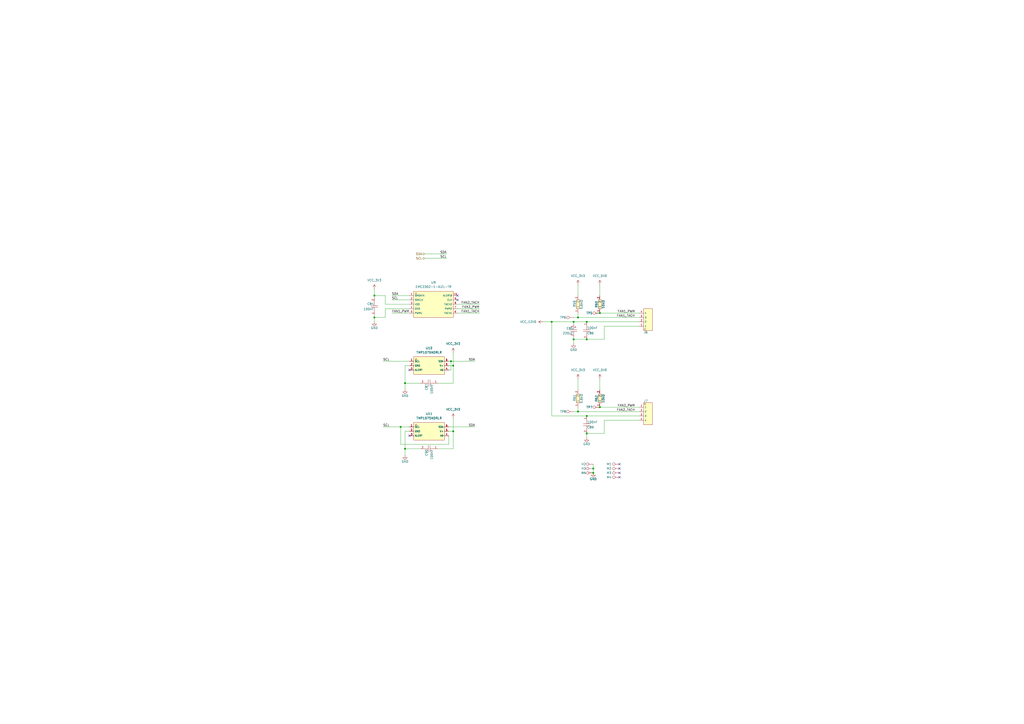
<source format=kicad_sch>
(kicad_sch (version 20250114) (generator "eeschema") (generator_version "9.0")
  (paper "A2")
  (lib_symbols
    (symbol "Connector:TestPoint" (pin_numbers (hide yes)) (pin_names (offset 0.762) (hide yes))
      (property "Reference" "TP" (at 0 6.858 0))
      (property "Value" "TestPoint" (at 0 5.08 0))
      (symbol "TestPoint_0_1"
        (circle (center 0 3.302) (radius 0.762))
      )
      (symbol "TestPoint_1_1"
        (pin passive line (at 0 0 90) (length 2.54) (name "1") (number "1"))
      )
    )
    (symbol "JLCPCB_lib:0402WGF1002TCE"
      (property "Reference" "R" (at 0 1.27 0))
      (property "Value" "0402WGF1002TCE" (at 0 -2.54 0))
      (symbol "0402WGF1002TCE_0_1"
        (rectangle (start -2.54 1.016) (end 2.54 -1.016) (fill (type background)))
        (pin input line (at -5.08 0 0) (length 2.54) (name "1") (number "1"))
        (pin input line (at 5.08 0 180) (length 2.54) (name "2") (number "2"))
      )
    )
    (symbol "JLCPCB_lib:0402WGF5601TCE"
      (property "Reference" "R" (at 0 1.27 0))
      (property "Value" "0402WGF5601TCE" (at 0 -2.54 0))
      (symbol "0402WGF5601TCE_0_1"
        (rectangle (start -2.54 1.016) (end 2.54 -1.016) (fill (type background)))
        (pin input line (at -5.08 0 0) (length 2.54) (name "1") (number "1"))
        (pin input line (at 5.08 0 180) (length 2.54) (name "2") (number "2"))
      )
    )
    (symbol "JLCPCB_lib:22-11-2042"
      (property "Reference" "CN" (at 0 1.27 0))
      (property "Value" "22-11-2042" (at 0 -2.54 0))
      (symbol "22-11-2042_0_1"
        (rectangle (start 0 7.62) (end 5.08 -5.08) (fill (type background)))
        (circle (center 0.762 6.858) (radius 0.381) (fill (type background)))
        (pin unspecified line (at -2.54 5.08 0) (length 2.54) (name "1") (number "1"))
        (pin unspecified line (at -2.54 2.54 0) (length 2.54) (name "2") (number "2"))
        (pin unspecified line (at -2.54 0 0) (length 2.54) (name "3") (number "3"))
        (pin unspecified line (at -2.54 -2.54 0) (length 2.54) (name "4") (number "4"))
      )
    )
    (symbol "JLCPCB_lib:CL05B104KB54PNC" (pin_names (hide yes))
      (property "Reference" "C" (at 0 1.27 0))
      (property "Value" "CL05B104KB54PNC" (at 0 -2.54 0))
      (symbol "CL05B104KB54PNC_0_1"
        (polyline (pts (xy -0.508 2.032) (xy -0.508 -2.032)))
        (polyline (pts (xy -0.508 0) (xy -2.54 0)))
        (polyline (pts (xy 0.508 -2.032) (xy 0.508 2.032)))
        (polyline (pts (xy 2.54 0) (xy 0.508 0)))
        (pin unspecified line (at -5.08 0 0) (length 2.54) (name "1") (number "1"))
        (pin unspecified line (at 5.08 0 180) (length 2.54) (name "2") (number "2"))
      )
    )
    (symbol "JLCPCB_lib:EMC2302-1-AIZL-TR"
      (property "Reference" "U" (at 0 1.27 0))
      (property "Value" "EMC2302-1-AIZL-TR" (at 0 -2.54 0))
      (symbol "EMC2302-1-AIZL-TR_0_1"
        (rectangle (start -11.43 7.62) (end 11.43 -7.62) (fill (type background)))
        (circle (center -10.16 6.35) (radius 0.381) (fill (type background)))
        (pin unspecified line (at -13.97 5.08 0) (length 2.54) (name "SMDATA") (number "1"))
        (pin unspecified line (at -13.97 2.54 0) (length 2.54) (name "SMCLK") (number "2"))
        (pin unspecified line (at -13.97 0 0) (length 2.54) (name "VDD") (number "3"))
        (pin unspecified line (at -13.97 -2.54 0) (length 2.54) (name "GND") (number "4"))
        (pin unspecified line (at -13.97 -5.08 0) (length 2.54) (name "PWM1") (number "5"))
        (pin unspecified line (at 13.97 5.08 180) (length 2.54) (name "ALERT#") (number "10"))
        (pin unspecified line (at 13.97 2.54 180) (length 2.54) (name "CLK") (number "9"))
        (pin unspecified line (at 13.97 0 180) (length 2.54) (name "TACH2") (number "8"))
        (pin unspecified line (at 13.97 -2.54 180) (length 2.54) (name "PWM2") (number "7"))
        (pin unspecified line (at 13.97 -5.08 180) (length 2.54) (name "TACH1") (number "6"))
      )
    )
    (symbol "JLCPCB_lib:TLJB227M006R0500" (pin_names (hide yes))
      (property "Reference" "C" (at 0 1.27 0))
      (property "Value" "TLJB227M006R0500" (at 0 -2.54 0))
      (symbol "TLJB227M006R0500_0_1"
        (polyline (pts (xy -0.508 0) (xy -1.27 0)))
        (polyline (pts (xy -0.508 -2.032) (xy -0.508 2.032)))
        (polyline (pts (xy 0.508 -2.032) (xy 0.508 2.032)))
        (polyline (pts (xy 1.27 0) (xy 0.508 0)))
        (polyline (pts (xy 2.032 -1.524) (xy 2.032 -0.508)))
        (polyline (pts (xy 2.54 -1.016) (xy 1.524 -1.016)))
        (pin input line (at -3.81 0 0) (length 2.54) (name "2") (number "2"))
        (pin input line (at 3.81 0 180) (length 2.54) (name "1") (number "1"))
      )
    )
    (symbol "JLCPCB_lib:TMP1075NDRLR"
      (property "Reference" "U" (at 0 1.27 0))
      (property "Value" "TMP1075NDRLR" (at 0 -2.54 0))
      (symbol "TMP1075NDRLR_0_1"
        (rectangle (start -8.89 5.08) (end 8.89 -5.08) (fill (type background)))
        (circle (center -7.62 3.81) (radius 0.381) (fill (type background)))
        (pin unspecified line (at -11.43 2.54 0) (length 2.54) (name "SCL") (number "1"))
        (pin unspecified line (at -11.43 0 0) (length 2.54) (name "GND") (number "2"))
        (pin unspecified line (at -11.43 -2.54 0) (length 2.54) (name "ALERT") (number "3"))
        (pin unspecified line (at 11.43 2.54 180) (length 2.54) (name "SDA") (number "6"))
        (pin unspecified line (at 11.43 0 180) (length 2.54) (name "V+") (number "5"))
        (pin unspecified line (at 11.43 -2.54 180) (length 2.54) (name "A0") (number "4"))
      )
    )
    (symbol "power:GND" (power) (pin_numbers (hide yes)) (pin_names (offset 0) (hide yes))
      (property "Value" "GND" (at 0 -3.81 0))
      (symbol "GND_0_1"
        (polyline (pts (xy 0 0) (xy 0 -1.27) (xy 1.27 -1.27) (xy 0 -2.54) (xy -1.27 -1.27) (xy 0 -1.27)))
      )
      (symbol "GND_1_1"
        (pin power_in line (at 0 0 270) (length 0) (name "~") (number "1"))
      )
    )
    (symbol "power:VCC" (power) (pin_numbers (hide yes)) (pin_names (offset 0) (hide yes))
      (property "Value" "VCC" (at 0 3.556 0))
      (symbol "VCC_0_1"
        (polyline (pts (xy -0.762 1.27) (xy 0 2.54)))
        (polyline (pts (xy 0 2.54) (xy 0.762 1.27)))
        (polyline (pts (xy 0 0) (xy 0 2.54)))
      )
      (symbol "VCC_1_1"
        (pin power_in line (at 0 0 90) (length 0) (name "~") (number "1"))
      )
    )
  )
  (junction (at 344.17 274.32))
  (junction (at 262.89 212.09))
  (junction (at 262.89 250.19))
  (junction (at 261.62 209.55))
  (junction (at 347.98 236.22))
  (junction (at 320.04 186.69))
  (junction (at 340.36 241.3))
  (junction (at 234.95 222.25))
  (junction (at 234.95 260.35))
  (junction (at 340.36 196.85))
  (junction (at 340.36 251.46))
  (junction (at 335.28 238.76))
  (junction (at 217.17 184.15))
  (junction (at 340.36 186.69))
  (junction (at 232.41 247.65))
  (junction (at 332.74 196.85))
  (junction (at 344.17 271.78))
  (junction (at 347.98 181.61))
  (junction (at 335.28 184.15))
  (junction (at 332.74 186.69))
  (junction (at 217.17 171.45))
  (no_connect (at 359.41 269.24))
  (no_connect (at 265.43 171.45))
  (no_connect (at 359.41 271.78))
  (no_connect (at 359.41 276.86))
  (no_connect (at 237.49 252.73))
  (no_connect (at 265.43 173.99))
  (no_connect (at 237.49 214.63))
  (no_connect (at 359.41 274.32))
  (wire (pts (xy 254 222.25) (xy 262.89 222.25)))
  (wire (pts (xy 234.95 264.16) (xy 234.95 260.35)))
  (wire (pts (xy 261.62 209.55) (xy 260.35 209.55)))
  (wire (pts (xy 260.35 214.63) (xy 261.62 214.63)))
  (wire (pts (xy 350.52 196.85) (xy 340.36 196.85)))
  (wire (pts (xy 217.17 184.15) (xy 217.17 182.88)))
  (wire (pts (xy 262.89 212.09) (xy 260.35 212.09)))
  (wire (pts (xy 222.25 247.65) (xy 232.41 247.65)))
  (wire (pts (xy 370.84 189.23) (xy 350.52 189.23)))
  (wire (pts (xy 332.74 184.15) (xy 335.28 184.15)))
  (wire (pts (xy 340.36 241.3) (xy 370.84 241.3)))
  (wire (pts (xy 332.74 195.58) (xy 332.74 196.85)))
  (wire (pts (xy 262.89 250.19) (xy 260.35 250.19)))
  (wire (pts (xy 223.52 171.45) (xy 217.17 171.45)))
  (wire (pts (xy 243.84 222.25) (xy 234.95 222.25)))
  (wire (pts (xy 344.17 269.24) (xy 344.17 271.78)))
  (wire (pts (xy 260.35 257.81) (xy 232.41 257.81)))
  (wire (pts (xy 232.41 257.81) (xy 232.41 247.65)))
  (wire (pts (xy 223.52 179.07) (xy 223.52 184.15)))
  (wire (pts (xy 262.89 260.35) (xy 262.89 250.19)))
  (wire (pts (xy 320.04 241.3) (xy 340.36 241.3)))
  (wire (pts (xy 275.59 209.55) (xy 261.62 209.55)))
  (wire (pts (xy 347.98 236.22) (xy 370.84 236.22)))
  (wire (pts (xy 350.52 189.23) (xy 350.52 196.85)))
  (wire (pts (xy 262.89 212.09) (xy 262.89 204.47)))
  (wire (pts (xy 320.04 186.69) (xy 332.74 186.69)))
  (wire (pts (xy 335.28 236.22) (xy 335.28 238.76)))
  (wire (pts (xy 217.17 171.45) (xy 217.17 172.72)))
  (wire (pts (xy 227.33 173.99) (xy 237.49 173.99)))
  (wire (pts (xy 347.98 219.71) (xy 347.98 226.06)))
  (wire (pts (xy 227.33 181.61) (xy 237.49 181.61)))
  (wire (pts (xy 350.52 243.84) (xy 350.52 251.46)))
  (wire (pts (xy 222.25 209.55) (xy 237.49 209.55)))
  (wire (pts (xy 223.52 184.15) (xy 217.17 184.15)))
  (wire (pts (xy 217.17 167.64) (xy 217.17 171.45)))
  (wire (pts (xy 350.52 251.46) (xy 340.36 251.46)))
  (wire (pts (xy 237.49 176.53) (xy 223.52 176.53)))
  (wire (pts (xy 275.59 247.65) (xy 260.35 247.65)))
  (wire (pts (xy 246.38 147.32) (xy 259.08 147.32)))
  (wire (pts (xy 234.95 226.06) (xy 234.95 222.25)))
  (wire (pts (xy 340.36 186.69) (xy 370.84 186.69)))
  (wire (pts (xy 227.33 171.45) (xy 237.49 171.45)))
  (wire (pts (xy 278.13 179.07) (xy 265.43 179.07)))
  (wire (pts (xy 340.36 251.46) (xy 340.36 254)))
  (wire (pts (xy 335.28 238.76) (xy 370.84 238.76)))
  (wire (pts (xy 278.13 176.53) (xy 265.43 176.53)))
  (wire (pts (xy 314.96 186.69) (xy 320.04 186.69)))
  (wire (pts (xy 234.95 212.09) (xy 237.49 212.09)))
  (wire (pts (xy 335.28 219.71) (xy 335.28 226.06)))
  (wire (pts (xy 237.49 179.07) (xy 223.52 179.07)))
  (wire (pts (xy 347.98 181.61) (xy 370.84 181.61)))
  (wire (pts (xy 335.28 165.1) (xy 335.28 171.45)))
  (wire (pts (xy 243.84 260.35) (xy 234.95 260.35)))
  (wire (pts (xy 332.74 199.39) (xy 332.74 196.85)))
  (wire (pts (xy 234.95 260.35) (xy 234.95 250.19)))
  (wire (pts (xy 261.62 209.55) (xy 261.62 214.63)))
  (wire (pts (xy 262.89 250.19) (xy 262.89 242.57)))
  (wire (pts (xy 347.98 165.1) (xy 347.98 171.45)))
  (wire (pts (xy 278.13 181.61) (xy 265.43 181.61)))
  (wire (pts (xy 246.38 149.86) (xy 259.08 149.86)))
  (wire (pts (xy 335.28 181.61) (xy 335.28 184.15)))
  (wire (pts (xy 335.28 184.15) (xy 370.84 184.15)))
  (wire (pts (xy 234.95 250.19) (xy 237.49 250.19)))
  (wire (pts (xy 320.04 186.69) (xy 320.04 241.3)))
  (wire (pts (xy 332.74 196.85) (xy 340.36 196.85)))
  (wire (pts (xy 332.74 187.96) (xy 332.74 186.69)))
  (wire (pts (xy 332.74 238.76) (xy 335.28 238.76)))
  (wire (pts (xy 332.74 186.69) (xy 340.36 186.69)))
  (wire (pts (xy 262.89 222.25) (xy 262.89 212.09)))
  (wire (pts (xy 260.35 252.73) (xy 260.35 257.81)))
  (wire (pts (xy 234.95 222.25) (xy 234.95 212.09)))
  (wire (pts (xy 344.17 271.78) (xy 344.17 274.32)))
  (wire (pts (xy 223.52 176.53) (xy 223.52 171.45)))
  (wire (pts (xy 232.41 247.65) (xy 237.49 247.65)))
  (wire (pts (xy 254 260.35) (xy 262.89 260.35)))
  (wire (pts (xy 370.84 243.84) (xy 350.52 243.84)))
  (wire (pts (xy 217.17 184.15) (xy 217.17 186.69)))
  (label "SDA" (at 259.08 147.32 180))
  (label "SCL" (at 227.33 173.99 0))
  (label "SCL" (at 222.25 247.65 0))
  (label "FAN2_TACH" (at 278.13 176.53 180))
  (label "SCL" (at 222.25 209.55 0))
  (label "FAN1_TACH" (at 278.13 181.61 180))
  (label "FAN1_PWM" (at 368.3 181.61 180))
  (label "SDA" (at 275.59 247.65 180))
  (label "SDA" (at 275.59 209.55 180))
  (label "FAN2_PWM" (at 278.13 179.07 180))
  (label "FAN1_TACH" (at 368.3 184.15 180))
  (label "FAN2_TACH" (at 368.3 238.76 180))
  (label "FAN2_PWM" (at 368.3 236.22 180))
  (label "FAN1_PWM" (at 227.33 181.61 0))
  (label "SCL" (at 259.08 149.86 180))
  (label "SDA" (at 227.33 171.45 0))
  (hierarchical_label "SDA" (shape bidirectional) (at 246.38 147.32 180))
  (hierarchical_label "SCL" (shape bidirectional) (at 246.38 149.86 180))
  (symbol (lib_id "JLCPCB_lib:0402WGF1002TCE") (at 347.98 176.53 90) (unit 1)
    (property "Reference" "R60" (at 345.948 176.53 0))
    (property "Value" "10kΩ" (at 350.012 176.53 0))
    (property "Footprint" "JLCPCB_lib:R0402" (effects (hide yes)))
    (property "Datasheet" "https://item.szlcsc.com/323315.html" (effects (hide yes)))
    (property "LCSC" "C25744" (effects (hide yes)))
  )
  (symbol (lib_id "power:VCC") (at 347.98 165.1 0) (unit 1)
    (property "Reference" "#PWR023" (effects (hide yes)))
    (property "Value" "VCC_5V0" (at 347.98 160.02 0))
    (property "Description" "Power symbol creates a global label with name \"VCC\"" (effects (hide yes)))
  )
  (symbol (lib_id "power:VCC") (at 347.98 219.71 0) (unit 1)
    (property "Reference" "#PWR024" (effects (hide yes)))
    (property "Value" "VCC_5V0" (at 347.98 214.63 0))
    (property "Description" "Power symbol creates a global label with name \"VCC\"" (effects (hide yes)))
  )
  (symbol (lib_id "JLCPCB_lib:22-11-2042") (at 373.38 241.3 0) (unit 1)
    (property "Reference" "J7" (at 373.38 232.664 0) (effects (justify left)))
    (property "Value" "22-11-2042" (effects (hide yes)))
    (property "Footprint" "JLCPCB_lib:CONN-TH_22112042" (effects (hide yes)))
    (property "Datasheet" "https://item.szlcsc.com/115362.html" (effects (hide yes)))
    (property "LCSC" "C114123" (effects (hide yes)))
  )
  (symbol (lib_id "Connector:TestPoint") (at 344.17 269.24 90) (unit 1)
    (property "Reference" "H2" (at 338.582 269.24 90))
    (property "Value" "TestPoint" (effects (hide yes)))
    (property "Footprint" "MountingHole:MountingHole_2.2mm_M2_DIN965_Pad" (effects (hide yes)))
    (property "Description" "test point" (effects (hide yes)))
  )
  (symbol (lib_id "JLCPCB_lib:0402WGF5601TCE") (at 335.28 176.53 90) (unit 1)
    (property "Reference" "R59" (at 333.248 174.244 0) (effects (justify right)))
    (property "Value" "5.6kΩ" (at 337.312 173.736 0) (effects (justify right)))
    (property "Footprint" "JLCPCB_lib:R0402" (effects (hide yes)))
    (property "Datasheet" "https://item.szlcsc.com/323315.html" (effects (hide yes)))
    (property "LCSC" "C25908" (effects (hide yes)))
  )
  (symbol (lib_id "power:GND") (at 332.74 199.39 0) (unit 1)
    (property "Reference" "#PWR046" (effects (hide yes)))
    (property "Value" "GND" (at 332.74 202.946 0))
    (property "Description" "Power symbol creates a global label with name \"GND\" , ground" (effects (hide yes)))
  )
  (symbol (lib_id "JLCPCB_lib:CL05B104KB54PNC") (at 248.92 222.25 0) (mirror y) (unit 1)
    (property "Reference" "C87" (at 247.396 222.504 90) (effects (justify right)))
    (property "Value" "100nF" (at 250.444 222.504 90) (effects (justify right)))
    (property "Footprint" "JLCPCB_lib:C0402" (effects (hide yes)))
    (property "Datasheet" "https://item.szlcsc.com/15869.html" (effects (hide yes)))
    (property "LCSC" "C307331" (effects (hide yes)))
  )
  (symbol (lib_id "power:GND") (at 340.36 254 0) (unit 1)
    (property "Reference" "#PWR048" (effects (hide yes)))
    (property "Value" "GND" (at 340.36 257.556 0))
    (property "Description" "Power symbol creates a global label with name \"GND\" , ground" (effects (hide yes)))
  )
  (symbol (lib_id "JLCPCB_lib:TMP1075NDRLR") (at 248.92 250.19 0) (unit 1)
    (property "Reference" "U11" (at 248.92 240.03 0))
    (property "Value" "TMP1075NDRLR" (at 248.92 242.57 0))
    (property "Footprint" "JLCPCB_lib:SOT-563_L1.6-W1.2-P0.50-LS1.6-BR" (effects (hide yes)))
    (property "Datasheet" "https://item.szlcsc.com/188416.html" (effects (hide yes)))
    (property "LCSC" "C3663690" (effects (hide yes)))
  )
  (symbol (lib_id "JLCPCB_lib:0402WGF1002TCE") (at 347.98 231.14 90) (unit 1)
    (property "Reference" "R62" (at 345.948 231.14 0))
    (property "Value" "10kΩ" (at 350.012 231.14 0))
    (property "Footprint" "JLCPCB_lib:R0402" (effects (hide yes)))
    (property "Datasheet" "https://item.szlcsc.com/323315.html" (effects (hide yes)))
    (property "LCSC" "C25744" (effects (hide yes)))
  )
  (symbol (lib_id "JLCPCB_lib:TLJB227M006R0500") (at 332.74 191.77 90) (unit 1)
    (property "Reference" "C85" (at 332.486 190.5 90) (effects (justify left)))
    (property "Value" "220uF" (at 332.486 193.294 90) (effects (justify left)))
    (property "Footprint" "JLCPCB_lib:CAP-SMD_BD6.3-L6.6-W6.6-FD" (effects (hide yes)))
    (property "Datasheet" "https://img.jlc.com/pdf/applyPasteComponent/2021-05-29/507681S/b3196547ade04cd291a1b09ea1ee2ece/C7199_22UF.PDF" (effects (hide yes)))
    (property "Description" "220uF" (effects (hide yes)))
    (property "LCSC" "C3342" (effects (hide yes)))
  )
  (symbol (lib_id "JLCPCB_lib:0402WGF5601TCE") (at 335.28 231.14 90) (unit 1)
    (property "Reference" "R61" (at 333.248 228.854 0) (effects (justify right)))
    (property "Value" "5.6kΩ" (at 337.312 228.346 0) (effects (justify right)))
    (property "Footprint" "JLCPCB_lib:R0402" (effects (hide yes)))
    (property "Datasheet" "https://item.szlcsc.com/323315.html" (effects (hide yes)))
    (property "LCSC" "C25908" (effects (hide yes)))
  )
  (symbol (lib_id "power:VCC") (at 335.28 165.1 0) (unit 1)
    (property "Reference" "#PWR067" (effects (hide yes)))
    (property "Value" "VCC_3V3" (at 335.28 160.02 0))
    (property "Description" "Power symbol creates a global label with name \"VCC\"" (effects (hide yes)))
  )
  (symbol (lib_id "Connector:TestPoint") (at 359.41 274.32 90) (unit 1)
    (property "Reference" "M3" (at 353.314 274.32 90))
    (property "Value" "TestPoint" (effects (hide yes)))
    (property "Footprint" "TestPoint:TestPoint_Loop_D3.80mm_Drill2.0mm" (effects (hide yes)))
    (property "Description" "test point" (effects (hide yes)))
  )
  (symbol (lib_id "JLCPCB_lib:CL05B104KB54PNC") (at 340.36 246.38 90) (mirror x) (unit 1)
    (property "Reference" "C89" (at 340.614 247.904 90) (effects (justify right)))
    (property "Value" "100nF" (at 340.614 244.856 90) (effects (justify right)))
    (property "Footprint" "JLCPCB_lib:C0402" (effects (hide yes)))
    (property "Datasheet" "https://item.szlcsc.com/15869.html" (effects (hide yes)))
    (property "LCSC" "C307331" (effects (hide yes)))
  )
  (symbol (lib_id "JLCPCB_lib:TMP1075NDRLR") (at 248.92 212.09 0) (unit 1)
    (property "Reference" "U10" (at 248.92 201.93 0))
    (property "Value" "TMP1075NDRLR" (at 248.92 204.47 0))
    (property "Footprint" "JLCPCB_lib:SOT-563_L1.6-W1.2-P0.50-LS1.6-BR" (effects (hide yes)))
    (property "Datasheet" "https://item.szlcsc.com/188416.html" (effects (hide yes)))
    (property "LCSC" "C3663690" (effects (hide yes)))
  )
  (symbol (lib_id "Connector:TestPoint") (at 359.41 276.86 90) (unit 1)
    (property "Reference" "M4" (at 353.314 276.86 90))
    (property "Value" "TestPoint" (effects (hide yes)))
    (property "Footprint" "TestPoint:TestPoint_Loop_D3.80mm_Drill2.0mm" (effects (hide yes)))
    (property "Description" "test point" (effects (hide yes)))
  )
  (symbol (lib_id "power:VCC") (at 335.28 219.71 0) (unit 1)
    (property "Reference" "#PWR070" (effects (hide yes)))
    (property "Value" "VCC_3V3" (at 335.28 214.63 0))
    (property "Description" "Power symbol creates a global label with name \"VCC\"" (effects (hide yes)))
  )
  (symbol (lib_id "power:GND") (at 234.95 226.06 0) (unit 1)
    (property "Reference" "#PWR040" (effects (hide yes)))
    (property "Value" "GND" (at 234.95 229.616 0))
    (property "Description" "Power symbol creates a global label with name \"GND\" , ground" (effects (hide yes)))
  )
  (symbol (lib_id "power:GND") (at 234.95 264.16 0) (unit 1)
    (property "Reference" "#PWR041" (effects (hide yes)))
    (property "Value" "GND" (at 234.95 267.716 0))
    (property "Description" "Power symbol creates a global label with name \"GND\" , ground" (effects (hide yes)))
  )
  (symbol (lib_id "Connector:TestPoint") (at 347.98 236.22 90) (unit 1)
    (property "Reference" "TP7" (at 341.884 236.22 90))
    (property "Value" "TestPoint" (effects (hide yes)))
    (property "Footprint" "TestPoint:TestPoint_Pad_D1.0mm" (effects (hide yes)))
    (property "Description" "test point" (effects (hide yes)))
  )
  (symbol (lib_id "power:GND") (at 344.17 274.32 0) (unit 1)
    (property "Reference" "#PWR047" (effects (hide yes)))
    (property "Value" "GND" (at 344.17 277.876 0))
    (property "Description" "Power symbol creates a global label with name \"GND\" , ground" (effects (hide yes)))
  )
  (symbol (lib_id "JLCPCB_lib:CL05B104KB54PNC") (at 217.17 177.8 270) (mirror x) (unit 1)
    (property "Reference" "C84" (at 216.916 176.276 90) (effects (justify right)))
    (property "Value" "100nF" (at 216.916 179.324 90) (effects (justify right)))
    (property "Footprint" "JLCPCB_lib:C0402" (effects (hide yes)))
    (property "Datasheet" "https://item.szlcsc.com/15869.html" (effects (hide yes)))
    (property "LCSC" "C307331" (effects (hide yes)))
  )
  (symbol (lib_id "JLCPCB_lib:CL05B104KB54PNC") (at 340.36 191.77 90) (mirror x) (unit 1)
    (property "Reference" "C86" (at 340.614 193.294 90) (effects (justify right)))
    (property "Value" "100nF" (at 340.614 190.246 90) (effects (justify right)))
    (property "Footprint" "JLCPCB_lib:C0402" (effects (hide yes)))
    (property "Datasheet" "https://item.szlcsc.com/15869.html" (effects (hide yes)))
    (property "LCSC" "C307331" (effects (hide yes)))
  )
  (symbol (lib_id "JLCPCB_lib:EMC2302-1-AIZL-TR") (at 251.46 176.53 0) (unit 1)
    (property "Reference" "U9" (at 251.46 163.83 0))
    (property "Value" "EMC2302-1-AIZL-TR" (at 251.46 166.37 0))
    (property "Footprint" "JLCPCB_lib:MSOP-10_L3.0-W3.0-P0.50-LS4.9-BL" (effects (hide yes)))
    (property "Datasheet" "https://item.szlcsc.com/703621.html" (effects (hide yes)))
    (property "LCSC" "C626969" (effects (hide yes)))
  )
  (symbol (lib_id "power:GND") (at 217.17 186.69 0) (mirror y) (unit 1)
    (property "Reference" "#PWR082" (effects (hide yes)))
    (property "Value" "GND" (at 217.17 190.246 0))
    (property "Description" "Power symbol creates a global label with name \"GND\" , ground" (effects (hide yes)))
  )
  (symbol (lib_id "Connector:TestPoint") (at 332.74 238.76 90) (unit 1)
    (property "Reference" "TP8" (at 326.644 238.76 90))
    (property "Value" "TestPoint" (effects (hide yes)))
    (property "Footprint" "TestPoint:TestPoint_Pad_D1.0mm" (effects (hide yes)))
    (property "Description" "test point" (effects (hide yes)))
  )
  (symbol (lib_id "power:VCC") (at 262.89 204.47 0) (unit 1)
    (property "Reference" "#PWR062" (effects (hide yes)))
    (property "Value" "VCC_3V3" (at 262.89 199.39 0))
    (property "Description" "Power symbol creates a global label with name \"VCC\"" (effects (hide yes)))
  )
  (symbol (lib_id "Connector:TestPoint") (at 347.98 181.61 90) (unit 1)
    (property "Reference" "TP5" (at 341.884 181.61 90))
    (property "Value" "TestPoint" (effects (hide yes)))
    (property "Footprint" "TestPoint:TestPoint_Pad_D1.0mm" (effects (hide yes)))
    (property "Description" "test point" (effects (hide yes)))
  )
  (symbol (lib_id "power:VCC") (at 217.17 167.64 0) (unit 1)
    (property "Reference" "#PWR060" (effects (hide yes)))
    (property "Value" "VCC_3V3" (at 217.17 162.56 0))
    (property "Description" "Power symbol creates a global label with name \"VCC\"" (effects (hide yes)))
  )
  (symbol (lib_id "Connector:TestPoint") (at 359.41 269.24 90) (unit 1)
    (property "Reference" "M1" (at 353.314 269.24 90))
    (property "Value" "TestPoint" (effects (hide yes)))
    (property "Footprint" "TestPoint:TestPoint_Loop_D3.80mm_Drill2.0mm" (effects (hide yes)))
    (property "Description" "test point" (effects (hide yes)))
  )
  (symbol (lib_id "Connector:TestPoint") (at 344.17 271.78 90) (unit 1)
    (property "Reference" "H3" (at 338.582 271.78 90))
    (property "Value" "TestPoint" (effects (hide yes)))
    (property "Footprint" "MountingHole:MountingHole_2.2mm_M2_DIN965_Pad" (effects (hide yes)))
    (property "Description" "test point" (effects (hide yes)))
  )
  (symbol (lib_id "Connector:TestPoint") (at 332.74 184.15 90) (unit 1)
    (property "Reference" "TP6" (at 326.644 184.15 90))
    (property "Value" "TestPoint" (effects (hide yes)))
    (property "Footprint" "TestPoint:TestPoint_Pad_D1.0mm" (effects (hide yes)))
    (property "Description" "test point" (effects (hide yes)))
  )
  (symbol (lib_id "Connector:TestPoint") (at 359.41 271.78 90) (unit 1)
    (property "Reference" "M2" (at 353.314 271.78 90))
    (property "Value" "TestPoint" (effects (hide yes)))
    (property "Footprint" "TestPoint:TestPoint_Loop_D3.80mm_Drill2.0mm" (effects (hide yes)))
    (property "Description" "test point" (effects (hide yes)))
  )
  (symbol (lib_id "JLCPCB_lib:CL05B104KB54PNC") (at 248.92 260.35 0) (mirror y) (unit 1)
    (property "Reference" "C90" (at 247.396 260.604 90) (effects (justify right)))
    (property "Value" "100nF" (at 250.444 260.604 90) (effects (justify right)))
    (property "Footprint" "JLCPCB_lib:C0402" (effects (hide yes)))
    (property "Datasheet" "https://item.szlcsc.com/15869.html" (effects (hide yes)))
    (property "LCSC" "C307331" (effects (hide yes)))
  )
  (symbol (lib_id "power:VCC") (at 314.96 186.69 90) (unit 1)
    (property "Reference" "#PWR017" (effects (hide yes)))
    (property "Value" "VCC_12V0" (at 311.15 186.6899 90) (effects (justify left)))
    (property "Description" "Power symbol creates a global label with name \"VCC\"" (effects (hide yes)))
  )
  (symbol (lib_id "Connector:TestPoint") (at 344.17 274.32 90) (unit 1)
    (property "Reference" "H4" (at 338.582 274.32 90))
    (property "Value" "TestPoint" (effects (hide yes)))
    (property "Footprint" "MountingHole:MountingHole_2.2mm_M2_DIN965_Pad" (effects (hide yes)))
    (property "Description" "test point" (effects (hide yes)))
  )
  (symbol (lib_id "JLCPCB_lib:22-11-2042") (at 373.38 184.15 0) (mirror x) (unit 1)
    (property "Reference" "J6" (at 373.38 192.786 0) (effects (justify left)))
    (property "Value" "22-11-2042" (effects (hide yes)))
    (property "Footprint" "JLCPCB_lib:CONN-TH_22112042" (effects (hide yes)))
    (property "Datasheet" "https://item.szlcsc.com/115362.html" (effects (hide yes)))
    (property "LCSC" "C114123" (effects (hide yes)))
  )
  (symbol (lib_id "power:VCC") (at 262.89 242.57 0) (unit 1)
    (property "Reference" "#PWR065" (effects (hide yes)))
    (property "Value" "VCC_3V3" (at 262.89 237.49 0))
    (property "Description" "Power symbol creates a global label with name \"VCC\"" (effects (hide yes)))
  )
)
</source>
